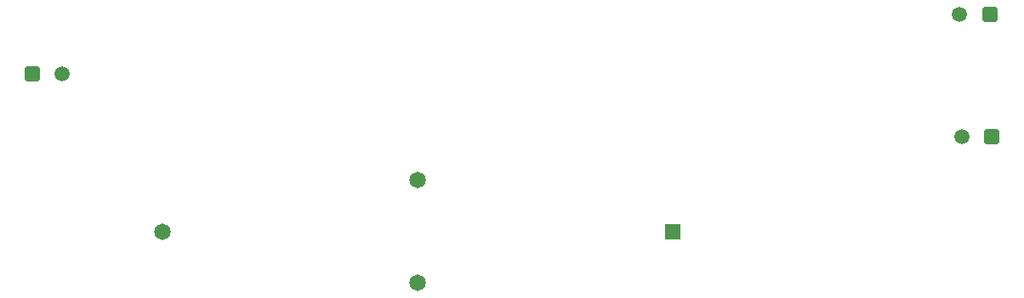
<source format=gbr>
%TF.GenerationSoftware,KiCad,Pcbnew,(6.0.7-1)-1*%
%TF.CreationDate,2022-12-17T15:07:59-05:00*%
%TF.ProjectId,ResistorNetwork,52657369-7374-46f7-924e-6574776f726b,rev?*%
%TF.SameCoordinates,Original*%
%TF.FileFunction,Copper,L2,Bot*%
%TF.FilePolarity,Positive*%
%FSLAX46Y46*%
G04 Gerber Fmt 4.6, Leading zero omitted, Abs format (unit mm)*
G04 Created by KiCad (PCBNEW (6.0.7-1)-1) date 2022-12-17 15:07:59*
%MOMM*%
%LPD*%
G01*
G04 APERTURE LIST*
G04 Aperture macros list*
%AMRoundRect*
0 Rectangle with rounded corners*
0 $1 Rounding radius*
0 $2 $3 $4 $5 $6 $7 $8 $9 X,Y pos of 4 corners*
0 Add a 4 corners polygon primitive as box body*
4,1,4,$2,$3,$4,$5,$6,$7,$8,$9,$2,$3,0*
0 Add four circle primitives for the rounded corners*
1,1,$1+$1,$2,$3*
1,1,$1+$1,$4,$5*
1,1,$1+$1,$6,$7*
1,1,$1+$1,$8,$9*
0 Add four rect primitives between the rounded corners*
20,1,$1+$1,$2,$3,$4,$5,0*
20,1,$1+$1,$4,$5,$6,$7,0*
20,1,$1+$1,$6,$7,$8,$9,0*
20,1,$1+$1,$8,$9,$2,$3,0*%
G04 Aperture macros list end*
%TA.AperFunction,ComponentPad*%
%ADD10RoundRect,0.250001X-0.499999X0.499999X-0.499999X-0.499999X0.499999X-0.499999X0.499999X0.499999X0*%
%TD*%
%TA.AperFunction,ComponentPad*%
%ADD11C,1.500000*%
%TD*%
%TA.AperFunction,ComponentPad*%
%ADD12RoundRect,0.250001X0.499999X-0.499999X0.499999X0.499999X-0.499999X0.499999X-0.499999X-0.499999X0*%
%TD*%
%TA.AperFunction,ComponentPad*%
%ADD13R,1.650000X1.650000*%
%TD*%
%TA.AperFunction,ComponentPad*%
%ADD14C,1.650000*%
%TD*%
G04 APERTURE END LIST*
D10*
%TO.P,J1,1,Pin_1*%
%TO.N,/HV+*%
X128925000Y-47120000D03*
D11*
%TO.P,J1,2,Pin_2*%
%TO.N,/HV-*%
X125925000Y-47120000D03*
%TD*%
D10*
%TO.P,J2,1,Pin_1*%
%TO.N,/HV+_TSMP*%
X129165000Y-59250000D03*
D11*
%TO.P,J2,2,Pin_2*%
%TO.N,/HV-_TSMP*%
X126165000Y-59250000D03*
%TD*%
D12*
%TO.P,J3,1,Pin_1*%
%TO.N,/~{Discharge}*%
X33585000Y-53000000D03*
D11*
%TO.P,J3,2,Pin_2*%
%TO.N,GND*%
X36585000Y-53000000D03*
%TD*%
D13*
%TO.P,K1,1*%
%TO.N,/HV+*%
X97400000Y-68725000D03*
D14*
%TO.P,K1,2*%
%TO.N,Net-(R1-Pad2)*%
X46600000Y-68725000D03*
%TO.P,K1,3,-*%
%TO.N,GND*%
X72000000Y-63625000D03*
%TO.P,K1,4,+*%
%TO.N,/~{Discharge}*%
X72000000Y-73825000D03*
%TD*%
M02*

</source>
